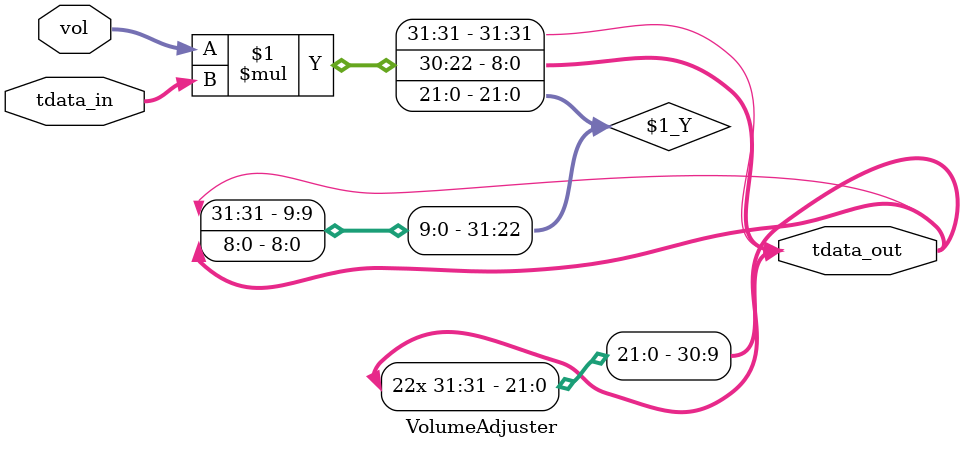
<source format=v>
`timescale 1ns / 1ps

//SineOut=(int)(((long long)cr1 * (long long)volumeSine)>>22); // Volume Q22


module VolumeAdjuster(
    input signed [31:0] tdata_in,
    input signed [31:0] vol, // Q22
    output signed [31:0] tdata_out
   );
/*
   reg signed [31:0] y;
   always @*
   begin
        y = (vol*tdata_in) >>> 22; // 31+22
   end
*/
   assign tdata_out = (vol*tdata_in) >>> 22;
endmodule

</source>
